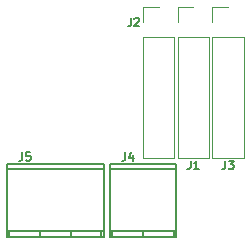
<source format=gto>
G04 #@! TF.FileFunction,Legend,Top*
%FSLAX46Y46*%
G04 Gerber Fmt 4.6, Leading zero omitted, Abs format (unit mm)*
G04 Created by KiCad (PCBNEW 4.0.4-1.fc24-product) date Tue Jun 12 13:21:22 2018*
%MOMM*%
%LPD*%
G01*
G04 APERTURE LIST*
%ADD10C,0.100000*%
%ADD11C,0.120000*%
%ADD12C,0.150000*%
G04 APERTURE END LIST*
D10*
D11*
X155570000Y-113090000D02*
X158230000Y-113090000D01*
X155570000Y-102870000D02*
X155570000Y-113090000D01*
X158230000Y-102870000D02*
X158230000Y-113090000D01*
X155570000Y-102870000D02*
X158230000Y-102870000D01*
X155570000Y-101600000D02*
X155570000Y-100270000D01*
X155570000Y-100270000D02*
X156900000Y-100270000D01*
X152620000Y-113090000D02*
X155280000Y-113090000D01*
X152620000Y-102870000D02*
X152620000Y-113090000D01*
X155280000Y-102870000D02*
X155280000Y-113090000D01*
X152620000Y-102870000D02*
X155280000Y-102870000D01*
X152620000Y-101600000D02*
X152620000Y-100270000D01*
X152620000Y-100270000D02*
X153950000Y-100270000D01*
X149670000Y-113090000D02*
X152330000Y-113090000D01*
X149670000Y-102870000D02*
X149670000Y-113090000D01*
X152330000Y-102870000D02*
X152330000Y-113090000D01*
X149670000Y-102870000D02*
X152330000Y-102870000D01*
X149670000Y-101600000D02*
X149670000Y-100270000D01*
X149670000Y-100270000D02*
X151000000Y-100270000D01*
D12*
X152469080Y-119300960D02*
X146870920Y-119300960D01*
X147069040Y-119798800D02*
X147069040Y-119300960D01*
X152270960Y-119300960D02*
X152270960Y-119798800D01*
X149670000Y-119798800D02*
X149670000Y-119300960D01*
X146870920Y-113999980D02*
X152469080Y-113999980D01*
X146870920Y-119798800D02*
X152469080Y-119798800D01*
X152469080Y-119798800D02*
X152469080Y-113601200D01*
X152469080Y-113601200D02*
X146870920Y-113601200D01*
X146870920Y-113601200D02*
X146870920Y-119798800D01*
X146359560Y-113601200D02*
X138160440Y-113601200D01*
X146359560Y-113999980D02*
X138160440Y-113999980D01*
X146359560Y-119300960D02*
X138160440Y-119300960D01*
X138160440Y-119798800D02*
X146359560Y-119798800D01*
X143560480Y-119300960D02*
X143560480Y-119798800D01*
X138361100Y-119798800D02*
X138361100Y-119300960D01*
X146161440Y-119300960D02*
X146161440Y-119798800D01*
X140962060Y-119798800D02*
X140962060Y-119300960D01*
X146359560Y-119798800D02*
X146359560Y-113601200D01*
X138162980Y-113601200D02*
X138162980Y-119798800D01*
X156666667Y-113316667D02*
X156666667Y-113816667D01*
X156633333Y-113916667D01*
X156566667Y-113983333D01*
X156466667Y-114016667D01*
X156400000Y-114016667D01*
X156933333Y-113316667D02*
X157366666Y-113316667D01*
X157133333Y-113583333D01*
X157233333Y-113583333D01*
X157300000Y-113616667D01*
X157333333Y-113650000D01*
X157366666Y-113716667D01*
X157366666Y-113883333D01*
X157333333Y-113950000D01*
X157300000Y-113983333D01*
X157233333Y-114016667D01*
X157033333Y-114016667D01*
X156966666Y-113983333D01*
X156933333Y-113950000D01*
X153716667Y-113316667D02*
X153716667Y-113816667D01*
X153683333Y-113916667D01*
X153616667Y-113983333D01*
X153516667Y-114016667D01*
X153450000Y-114016667D01*
X154416666Y-114016667D02*
X154016666Y-114016667D01*
X154216666Y-114016667D02*
X154216666Y-113316667D01*
X154150000Y-113416667D01*
X154083333Y-113483333D01*
X154016666Y-113516667D01*
X148666667Y-101216667D02*
X148666667Y-101716667D01*
X148633333Y-101816667D01*
X148566667Y-101883333D01*
X148466667Y-101916667D01*
X148400000Y-101916667D01*
X148966666Y-101283333D02*
X149000000Y-101250000D01*
X149066666Y-101216667D01*
X149233333Y-101216667D01*
X149300000Y-101250000D01*
X149333333Y-101283333D01*
X149366666Y-101350000D01*
X149366666Y-101416667D01*
X149333333Y-101516667D01*
X148933333Y-101916667D01*
X149366666Y-101916667D01*
X148166667Y-112616667D02*
X148166667Y-113116667D01*
X148133333Y-113216667D01*
X148066667Y-113283333D01*
X147966667Y-113316667D01*
X147900000Y-113316667D01*
X148800000Y-112850000D02*
X148800000Y-113316667D01*
X148633333Y-112583333D02*
X148466666Y-113083333D01*
X148900000Y-113083333D01*
X139466667Y-112616667D02*
X139466667Y-113116667D01*
X139433333Y-113216667D01*
X139366667Y-113283333D01*
X139266667Y-113316667D01*
X139200000Y-113316667D01*
X140133333Y-112616667D02*
X139800000Y-112616667D01*
X139766666Y-112950000D01*
X139800000Y-112916667D01*
X139866666Y-112883333D01*
X140033333Y-112883333D01*
X140100000Y-112916667D01*
X140133333Y-112950000D01*
X140166666Y-113016667D01*
X140166666Y-113183333D01*
X140133333Y-113250000D01*
X140100000Y-113283333D01*
X140033333Y-113316667D01*
X139866666Y-113316667D01*
X139800000Y-113283333D01*
X139766666Y-113250000D01*
M02*

</source>
